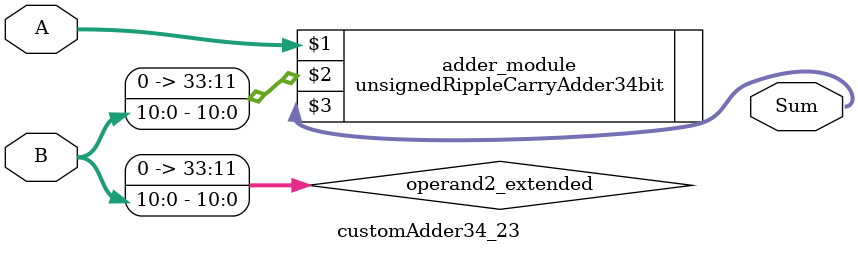
<source format=v>
module customAdder34_23(
                        input [33 : 0] A,
                        input [10 : 0] B,
                        
                        output [34 : 0] Sum
                );

        wire [33 : 0] operand2_extended;
        
        assign operand2_extended =  {23'b0, B};
        
        unsignedRippleCarryAdder34bit adder_module(
            A,
            operand2_extended,
            Sum
        );
        
        endmodule
        
</source>
